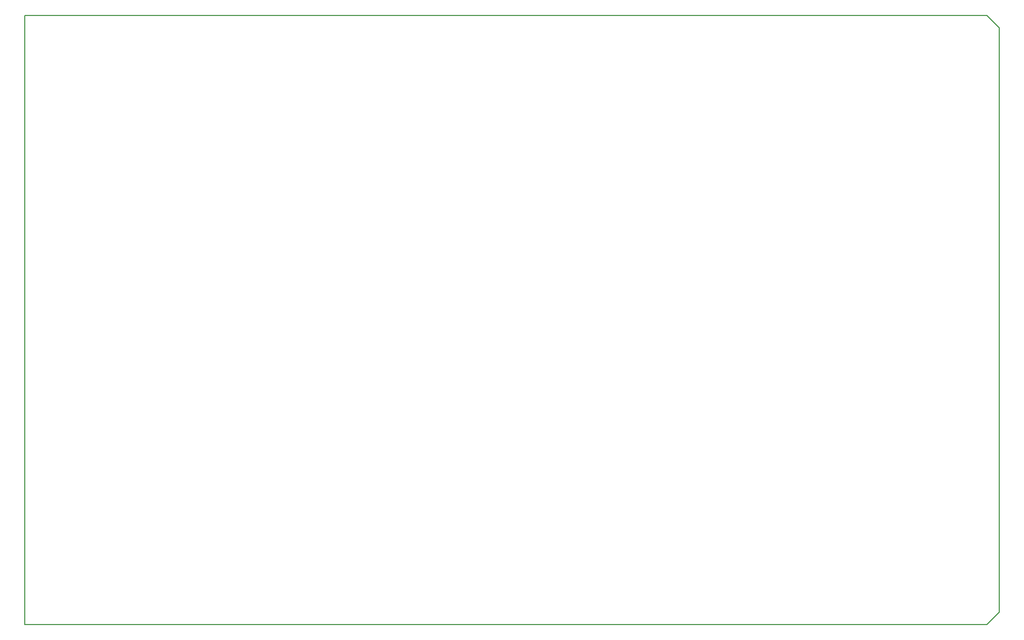
<source format=gbr>
G04 #@! TF.GenerationSoftware,KiCad,Pcbnew,5.1.4*
G04 #@! TF.CreationDate,2019-09-25T22:40:41+02:00*
G04 #@! TF.ProjectId,ETH6C20MUX,45544836-4332-4304-9d55-582e6b696361,rev?*
G04 #@! TF.SameCoordinates,Original*
G04 #@! TF.FileFunction,Profile,NP*
%FSLAX46Y46*%
G04 Gerber Fmt 4.6, Leading zero omitted, Abs format (unit mm)*
G04 Created by KiCad (PCBNEW 5.1.4) date 2019-09-25 22:40:41*
%MOMM*%
%LPD*%
G04 APERTURE LIST*
%ADD10C,0.150000*%
G04 APERTURE END LIST*
D10*
X218000000Y-140000000D02*
X220000000Y-138000000D01*
X218000000Y-40000000D02*
X220000000Y-42000000D01*
X60000000Y-140000000D02*
X60000000Y-40000000D01*
X218000000Y-140000000D02*
X60000000Y-140000000D01*
X220000000Y-42000000D02*
X220000000Y-138000000D01*
X60000000Y-40000000D02*
X218000000Y-40000000D01*
M02*

</source>
